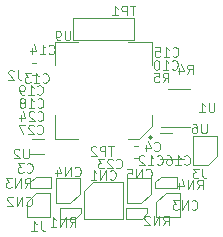
<source format=gbr>
G04 #@! TF.GenerationSoftware,KiCad,Pcbnew,(5.1.5-0-10_14)*
G04 #@! TF.CreationDate,2021-06-01T12:28:28-04:00*
G04 #@! TF.ProjectId,ESLO_RB2,45534c4f-5f52-4423-922e-6b696361645f,rev?*
G04 #@! TF.SameCoordinates,Original*
G04 #@! TF.FileFunction,Legend,Bot*
G04 #@! TF.FilePolarity,Positive*
%FSLAX46Y46*%
G04 Gerber Fmt 4.6, Leading zero omitted, Abs format (unit mm)*
G04 Created by KiCad (PCBNEW (5.1.5-0-10_14)) date 2021-06-01 12:28:28*
%MOMM*%
%LPD*%
G04 APERTURE LIST*
%ADD10C,0.075000*%
%ADD11C,0.120000*%
%ADD12C,0.200000*%
%ADD13C,0.100000*%
G04 APERTURE END LIST*
D10*
X218300000Y-80300000D02*
X213100000Y-80300000D01*
X218300000Y-78500000D02*
X218300000Y-80300000D01*
X213100000Y-78500000D02*
X218300000Y-78500000D01*
X213100000Y-80300000D02*
X213100000Y-78500000D01*
D11*
X223250000Y-90950000D02*
X224550000Y-90950000D01*
X223250000Y-88450000D02*
X223250000Y-90950000D01*
X225350000Y-88450000D02*
X223250000Y-88450000D01*
X225350000Y-90150000D02*
X225350000Y-88450000D01*
X224550000Y-90950000D02*
X225350000Y-90150000D01*
X223000000Y-87710000D02*
X220550000Y-87710000D01*
X221200000Y-84490000D02*
X223000000Y-84490000D01*
X209675000Y-88695000D02*
X210675000Y-88695000D01*
X209515000Y-89955000D02*
X210675000Y-89955000D01*
X217350000Y-92325000D02*
X214850000Y-92325000D01*
X217350000Y-95475000D02*
X217350000Y-92325000D01*
X214050000Y-95475000D02*
X217350000Y-95475000D01*
X214050000Y-93125000D02*
X214050000Y-95475000D01*
X214850000Y-92325000D02*
X214050000Y-93125000D01*
D12*
X219800000Y-88600000D02*
G75*
G03X219800000Y-88600000I-100000J0D01*
G01*
D11*
X218700000Y-88720000D02*
X217820000Y-88720000D01*
X219820000Y-87600000D02*
X218700000Y-88720000D01*
X219820000Y-86720000D02*
X219820000Y-87600000D01*
X211580000Y-88720000D02*
X213580000Y-88720000D01*
X211580000Y-86720000D02*
X211580000Y-88720000D01*
X219820000Y-80480000D02*
X217820000Y-80480000D01*
X219820000Y-82480000D02*
X219820000Y-80480000D01*
X211580000Y-80480000D02*
X213580000Y-80480000D01*
X211580000Y-82480000D02*
X211580000Y-80480000D01*
X219820000Y-80480000D02*
X217820000Y-80480000D01*
X219820000Y-82480000D02*
X219820000Y-80480000D01*
X219820000Y-80480000D02*
X217820000Y-80480000D01*
X219820000Y-82480000D02*
X219820000Y-80480000D01*
X222512500Y-90410000D02*
X220512500Y-90410000D01*
X221512500Y-88190000D02*
X220512500Y-88190000D01*
X221910000Y-91925000D02*
X220565000Y-91925000D01*
X221910000Y-92875000D02*
X221910000Y-91925000D01*
X220090000Y-92875000D02*
X221910000Y-92875000D01*
X220090000Y-92400000D02*
X220090000Y-92875000D01*
X220565000Y-91925000D02*
X220090000Y-92400000D01*
X211310000Y-91925000D02*
X209965000Y-91925000D01*
X211310000Y-92875000D02*
X211310000Y-91925000D01*
X209490000Y-92875000D02*
X211310000Y-92875000D01*
X209490000Y-92400000D02*
X209490000Y-92875000D01*
X209965000Y-91925000D02*
X209490000Y-92400000D01*
X217590000Y-95475000D02*
X218935000Y-95475000D01*
X217590000Y-94525000D02*
X217590000Y-95475000D01*
X219410000Y-94525000D02*
X217590000Y-94525000D01*
X219410000Y-95000000D02*
X219410000Y-94525000D01*
X218935000Y-95475000D02*
X219410000Y-95000000D01*
X211990000Y-95475000D02*
X213335000Y-95475000D01*
X211990000Y-94525000D02*
X211990000Y-95475000D01*
X213810000Y-94525000D02*
X211990000Y-94525000D01*
X213810000Y-95000000D02*
X213810000Y-94525000D01*
X213335000Y-95475000D02*
X213810000Y-95000000D01*
X217700000Y-94140000D02*
X218900000Y-94140000D01*
X217700000Y-92060000D02*
X217700000Y-94140000D01*
X219700000Y-92060000D02*
X217700000Y-92060000D01*
X219700000Y-93340000D02*
X219700000Y-92060000D01*
X218900000Y-94140000D02*
X219700000Y-93340000D01*
X211700000Y-94140000D02*
X212900000Y-94140000D01*
X211700000Y-92060000D02*
X211700000Y-94140000D01*
X213700000Y-92060000D02*
X211700000Y-92060000D01*
X213700000Y-93340000D02*
X213700000Y-92060000D01*
X212900000Y-94140000D02*
X213700000Y-93340000D01*
X222200000Y-93260000D02*
X221000000Y-93260000D01*
X222200000Y-95340000D02*
X222200000Y-93260000D01*
X220200000Y-95340000D02*
X222200000Y-95340000D01*
X220200000Y-94060000D02*
X220200000Y-95340000D01*
X221000000Y-93260000D02*
X220200000Y-94060000D01*
X211200000Y-93260000D02*
X210000000Y-93260000D01*
X211200000Y-95340000D02*
X211200000Y-93260000D01*
X209200000Y-95340000D02*
X211200000Y-95340000D01*
X209200000Y-94060000D02*
X209200000Y-95340000D01*
X210000000Y-93260000D02*
X209200000Y-94060000D01*
X209962779Y-83310000D02*
X209637221Y-83310000D01*
X209962779Y-82290000D02*
X209637221Y-82290000D01*
X218662779Y-90310000D02*
X218337221Y-90310000D01*
X218662779Y-89290000D02*
X218337221Y-89290000D01*
D13*
X216584523Y-89336904D02*
X216127380Y-89336904D01*
X216355952Y-90136904D02*
X216355952Y-89336904D01*
X215860714Y-90136904D02*
X215860714Y-89336904D01*
X215555952Y-89336904D01*
X215479761Y-89375000D01*
X215441666Y-89413095D01*
X215403571Y-89489285D01*
X215403571Y-89603571D01*
X215441666Y-89679761D01*
X215479761Y-89717857D01*
X215555952Y-89755952D01*
X215860714Y-89755952D01*
X215098809Y-89413095D02*
X215060714Y-89375000D01*
X214984523Y-89336904D01*
X214794047Y-89336904D01*
X214717857Y-89375000D01*
X214679761Y-89413095D01*
X214641666Y-89489285D01*
X214641666Y-89565476D01*
X214679761Y-89679761D01*
X215136904Y-90136904D01*
X214641666Y-90136904D01*
X218409523Y-77461904D02*
X217952380Y-77461904D01*
X218180952Y-78261904D02*
X218180952Y-77461904D01*
X217685714Y-78261904D02*
X217685714Y-77461904D01*
X217380952Y-77461904D01*
X217304761Y-77500000D01*
X217266666Y-77538095D01*
X217228571Y-77614285D01*
X217228571Y-77728571D01*
X217266666Y-77804761D01*
X217304761Y-77842857D01*
X217380952Y-77880952D01*
X217685714Y-77880952D01*
X216466666Y-78261904D02*
X216923809Y-78261904D01*
X216695238Y-78261904D02*
X216695238Y-77461904D01*
X216771428Y-77576190D01*
X216847619Y-77652380D01*
X216923809Y-77690476D01*
X210139285Y-87110714D02*
X210177380Y-87148809D01*
X210291666Y-87186904D01*
X210367857Y-87186904D01*
X210482142Y-87148809D01*
X210558333Y-87072619D01*
X210596428Y-86996428D01*
X210634523Y-86844047D01*
X210634523Y-86729761D01*
X210596428Y-86577380D01*
X210558333Y-86501190D01*
X210482142Y-86425000D01*
X210367857Y-86386904D01*
X210291666Y-86386904D01*
X210177380Y-86425000D01*
X210139285Y-86463095D01*
X209834523Y-86463095D02*
X209796428Y-86425000D01*
X209720238Y-86386904D01*
X209529761Y-86386904D01*
X209453571Y-86425000D01*
X209415476Y-86463095D01*
X209377380Y-86539285D01*
X209377380Y-86615476D01*
X209415476Y-86729761D01*
X209872619Y-87186904D01*
X209377380Y-87186904D01*
X208691666Y-86653571D02*
X208691666Y-87186904D01*
X208882142Y-86348809D02*
X209072619Y-86920238D01*
X208577380Y-86920238D01*
X224091666Y-91236904D02*
X224091666Y-91808333D01*
X224129761Y-91922619D01*
X224205952Y-91998809D01*
X224320238Y-92036904D01*
X224396428Y-92036904D01*
X223786904Y-91236904D02*
X223291666Y-91236904D01*
X223558333Y-91541666D01*
X223444047Y-91541666D01*
X223367857Y-91579761D01*
X223329761Y-91617857D01*
X223291666Y-91694047D01*
X223291666Y-91884523D01*
X223329761Y-91960714D01*
X223367857Y-91998809D01*
X223444047Y-92036904D01*
X223672619Y-92036904D01*
X223748809Y-91998809D01*
X223786904Y-91960714D01*
X210416666Y-95686904D02*
X210416666Y-96258333D01*
X210454761Y-96372619D01*
X210530952Y-96448809D01*
X210645238Y-96486904D01*
X210721428Y-96486904D01*
X209616666Y-96486904D02*
X210073809Y-96486904D01*
X209845238Y-96486904D02*
X209845238Y-95686904D01*
X209921428Y-95801190D01*
X209997619Y-95877380D01*
X210073809Y-95915476D01*
X208441666Y-82886904D02*
X208441666Y-83458333D01*
X208479761Y-83572619D01*
X208555952Y-83648809D01*
X208670238Y-83686904D01*
X208746428Y-83686904D01*
X208098809Y-82963095D02*
X208060714Y-82925000D01*
X207984523Y-82886904D01*
X207794047Y-82886904D01*
X207717857Y-82925000D01*
X207679761Y-82963095D01*
X207641666Y-83039285D01*
X207641666Y-83115476D01*
X207679761Y-83229761D01*
X208136904Y-83686904D01*
X207641666Y-83686904D01*
X225084523Y-85661904D02*
X225084523Y-86309523D01*
X225046428Y-86385714D01*
X225008333Y-86423809D01*
X224932142Y-86461904D01*
X224779761Y-86461904D01*
X224703571Y-86423809D01*
X224665476Y-86385714D01*
X224627380Y-86309523D01*
X224627380Y-85661904D01*
X223827380Y-86461904D02*
X224284523Y-86461904D01*
X224055952Y-86461904D02*
X224055952Y-85661904D01*
X224132142Y-85776190D01*
X224208333Y-85852380D01*
X224284523Y-85890476D01*
X209384523Y-89561904D02*
X209384523Y-90209523D01*
X209346428Y-90285714D01*
X209308333Y-90323809D01*
X209232142Y-90361904D01*
X209079761Y-90361904D01*
X209003571Y-90323809D01*
X208965476Y-90285714D01*
X208927380Y-90209523D01*
X208927380Y-89561904D01*
X208584523Y-89638095D02*
X208546428Y-89600000D01*
X208470238Y-89561904D01*
X208279761Y-89561904D01*
X208203571Y-89600000D01*
X208165476Y-89638095D01*
X208127380Y-89714285D01*
X208127380Y-89790476D01*
X208165476Y-89904761D01*
X208622619Y-90361904D01*
X208127380Y-90361904D01*
X209208333Y-91485714D02*
X209246428Y-91523809D01*
X209360714Y-91561904D01*
X209436904Y-91561904D01*
X209551190Y-91523809D01*
X209627380Y-91447619D01*
X209665476Y-91371428D01*
X209703571Y-91219047D01*
X209703571Y-91104761D01*
X209665476Y-90952380D01*
X209627380Y-90876190D01*
X209551190Y-90800000D01*
X209436904Y-90761904D01*
X209360714Y-90761904D01*
X209246428Y-90800000D01*
X209208333Y-90838095D01*
X208941666Y-90761904D02*
X208446428Y-90761904D01*
X208713095Y-91066666D01*
X208598809Y-91066666D01*
X208522619Y-91104761D01*
X208484523Y-91142857D01*
X208446428Y-91219047D01*
X208446428Y-91409523D01*
X208484523Y-91485714D01*
X208522619Y-91523809D01*
X208598809Y-91561904D01*
X208827380Y-91561904D01*
X208903571Y-91523809D01*
X208941666Y-91485714D01*
X216252380Y-92085714D02*
X216290476Y-92123809D01*
X216404761Y-92161904D01*
X216480952Y-92161904D01*
X216595238Y-92123809D01*
X216671428Y-92047619D01*
X216709523Y-91971428D01*
X216747619Y-91819047D01*
X216747619Y-91704761D01*
X216709523Y-91552380D01*
X216671428Y-91476190D01*
X216595238Y-91400000D01*
X216480952Y-91361904D01*
X216404761Y-91361904D01*
X216290476Y-91400000D01*
X216252380Y-91438095D01*
X215909523Y-92161904D02*
X215909523Y-91361904D01*
X215452380Y-92161904D01*
X215452380Y-91361904D01*
X214652380Y-92161904D02*
X215109523Y-92161904D01*
X214880952Y-92161904D02*
X214880952Y-91361904D01*
X214957142Y-91476190D01*
X215033333Y-91552380D01*
X215109523Y-91590476D01*
X212909523Y-79561904D02*
X212909523Y-80209523D01*
X212871428Y-80285714D01*
X212833333Y-80323809D01*
X212757142Y-80361904D01*
X212604761Y-80361904D01*
X212528571Y-80323809D01*
X212490476Y-80285714D01*
X212452380Y-80209523D01*
X212452380Y-79561904D01*
X212033333Y-80361904D02*
X211880952Y-80361904D01*
X211804761Y-80323809D01*
X211766666Y-80285714D01*
X211690476Y-80171428D01*
X211652380Y-80019047D01*
X211652380Y-79714285D01*
X211690476Y-79638095D01*
X211728571Y-79600000D01*
X211804761Y-79561904D01*
X211957142Y-79561904D01*
X212033333Y-79600000D01*
X212071428Y-79638095D01*
X212109523Y-79714285D01*
X212109523Y-79904761D01*
X212071428Y-79980952D01*
X212033333Y-80019047D01*
X211957142Y-80057142D01*
X211804761Y-80057142D01*
X211728571Y-80019047D01*
X211690476Y-79980952D01*
X211652380Y-79904761D01*
X224459523Y-87436904D02*
X224459523Y-88084523D01*
X224421428Y-88160714D01*
X224383333Y-88198809D01*
X224307142Y-88236904D01*
X224154761Y-88236904D01*
X224078571Y-88198809D01*
X224040476Y-88160714D01*
X224002380Y-88084523D01*
X224002380Y-87436904D01*
X223278571Y-87436904D02*
X223430952Y-87436904D01*
X223507142Y-87475000D01*
X223545238Y-87513095D01*
X223621428Y-87627380D01*
X223659523Y-87779761D01*
X223659523Y-88084523D01*
X223621428Y-88160714D01*
X223583333Y-88198809D01*
X223507142Y-88236904D01*
X223354761Y-88236904D01*
X223278571Y-88198809D01*
X223240476Y-88160714D01*
X223202380Y-88084523D01*
X223202380Y-87894047D01*
X223240476Y-87817857D01*
X223278571Y-87779761D01*
X223354761Y-87741666D01*
X223507142Y-87741666D01*
X223583333Y-87779761D01*
X223621428Y-87817857D01*
X223659523Y-87894047D01*
X223652380Y-92961904D02*
X223919047Y-92580952D01*
X224109523Y-92961904D02*
X224109523Y-92161904D01*
X223804761Y-92161904D01*
X223728571Y-92200000D01*
X223690476Y-92238095D01*
X223652380Y-92314285D01*
X223652380Y-92428571D01*
X223690476Y-92504761D01*
X223728571Y-92542857D01*
X223804761Y-92580952D01*
X224109523Y-92580952D01*
X223309523Y-92961904D02*
X223309523Y-92161904D01*
X222852380Y-92961904D01*
X222852380Y-92161904D01*
X222128571Y-92428571D02*
X222128571Y-92961904D01*
X222319047Y-92123809D02*
X222509523Y-92695238D01*
X222014285Y-92695238D01*
X209052380Y-92861904D02*
X209319047Y-92480952D01*
X209509523Y-92861904D02*
X209509523Y-92061904D01*
X209204761Y-92061904D01*
X209128571Y-92100000D01*
X209090476Y-92138095D01*
X209052380Y-92214285D01*
X209052380Y-92328571D01*
X209090476Y-92404761D01*
X209128571Y-92442857D01*
X209204761Y-92480952D01*
X209509523Y-92480952D01*
X208709523Y-92861904D02*
X208709523Y-92061904D01*
X208252380Y-92861904D01*
X208252380Y-92061904D01*
X207947619Y-92061904D02*
X207452380Y-92061904D01*
X207719047Y-92366666D01*
X207604761Y-92366666D01*
X207528571Y-92404761D01*
X207490476Y-92442857D01*
X207452380Y-92519047D01*
X207452380Y-92709523D01*
X207490476Y-92785714D01*
X207528571Y-92823809D01*
X207604761Y-92861904D01*
X207833333Y-92861904D01*
X207909523Y-92823809D01*
X207947619Y-92785714D01*
X220777380Y-96011904D02*
X221044047Y-95630952D01*
X221234523Y-96011904D02*
X221234523Y-95211904D01*
X220929761Y-95211904D01*
X220853571Y-95250000D01*
X220815476Y-95288095D01*
X220777380Y-95364285D01*
X220777380Y-95478571D01*
X220815476Y-95554761D01*
X220853571Y-95592857D01*
X220929761Y-95630952D01*
X221234523Y-95630952D01*
X220434523Y-96011904D02*
X220434523Y-95211904D01*
X219977380Y-96011904D01*
X219977380Y-95211904D01*
X219634523Y-95288095D02*
X219596428Y-95250000D01*
X219520238Y-95211904D01*
X219329761Y-95211904D01*
X219253571Y-95250000D01*
X219215476Y-95288095D01*
X219177380Y-95364285D01*
X219177380Y-95440476D01*
X219215476Y-95554761D01*
X219672619Y-96011904D01*
X219177380Y-96011904D01*
X212852380Y-96136904D02*
X213119047Y-95755952D01*
X213309523Y-96136904D02*
X213309523Y-95336904D01*
X213004761Y-95336904D01*
X212928571Y-95375000D01*
X212890476Y-95413095D01*
X212852380Y-95489285D01*
X212852380Y-95603571D01*
X212890476Y-95679761D01*
X212928571Y-95717857D01*
X213004761Y-95755952D01*
X213309523Y-95755952D01*
X212509523Y-96136904D02*
X212509523Y-95336904D01*
X212052380Y-96136904D01*
X212052380Y-95336904D01*
X211252380Y-96136904D02*
X211709523Y-96136904D01*
X211480952Y-96136904D02*
X211480952Y-95336904D01*
X211557142Y-95451190D01*
X211633333Y-95527380D01*
X211709523Y-95565476D01*
X220733333Y-83911904D02*
X221000000Y-83530952D01*
X221190476Y-83911904D02*
X221190476Y-83111904D01*
X220885714Y-83111904D01*
X220809523Y-83150000D01*
X220771428Y-83188095D01*
X220733333Y-83264285D01*
X220733333Y-83378571D01*
X220771428Y-83454761D01*
X220809523Y-83492857D01*
X220885714Y-83530952D01*
X221190476Y-83530952D01*
X220009523Y-83111904D02*
X220390476Y-83111904D01*
X220428571Y-83492857D01*
X220390476Y-83454761D01*
X220314285Y-83416666D01*
X220123809Y-83416666D01*
X220047619Y-83454761D01*
X220009523Y-83492857D01*
X219971428Y-83569047D01*
X219971428Y-83759523D01*
X220009523Y-83835714D01*
X220047619Y-83873809D01*
X220123809Y-83911904D01*
X220314285Y-83911904D01*
X220390476Y-83873809D01*
X220428571Y-83835714D01*
X222808333Y-83211904D02*
X223075000Y-82830952D01*
X223265476Y-83211904D02*
X223265476Y-82411904D01*
X222960714Y-82411904D01*
X222884523Y-82450000D01*
X222846428Y-82488095D01*
X222808333Y-82564285D01*
X222808333Y-82678571D01*
X222846428Y-82754761D01*
X222884523Y-82792857D01*
X222960714Y-82830952D01*
X223265476Y-82830952D01*
X222122619Y-82678571D02*
X222122619Y-83211904D01*
X222313095Y-82373809D02*
X222503571Y-82945238D01*
X222008333Y-82945238D01*
X219302380Y-91985714D02*
X219340476Y-92023809D01*
X219454761Y-92061904D01*
X219530952Y-92061904D01*
X219645238Y-92023809D01*
X219721428Y-91947619D01*
X219759523Y-91871428D01*
X219797619Y-91719047D01*
X219797619Y-91604761D01*
X219759523Y-91452380D01*
X219721428Y-91376190D01*
X219645238Y-91300000D01*
X219530952Y-91261904D01*
X219454761Y-91261904D01*
X219340476Y-91300000D01*
X219302380Y-91338095D01*
X218959523Y-92061904D02*
X218959523Y-91261904D01*
X218502380Y-92061904D01*
X218502380Y-91261904D01*
X217740476Y-91261904D02*
X218121428Y-91261904D01*
X218159523Y-91642857D01*
X218121428Y-91604761D01*
X218045238Y-91566666D01*
X217854761Y-91566666D01*
X217778571Y-91604761D01*
X217740476Y-91642857D01*
X217702380Y-91719047D01*
X217702380Y-91909523D01*
X217740476Y-91985714D01*
X217778571Y-92023809D01*
X217854761Y-92061904D01*
X218045238Y-92061904D01*
X218121428Y-92023809D01*
X218159523Y-91985714D01*
X213277380Y-91810714D02*
X213315476Y-91848809D01*
X213429761Y-91886904D01*
X213505952Y-91886904D01*
X213620238Y-91848809D01*
X213696428Y-91772619D01*
X213734523Y-91696428D01*
X213772619Y-91544047D01*
X213772619Y-91429761D01*
X213734523Y-91277380D01*
X213696428Y-91201190D01*
X213620238Y-91125000D01*
X213505952Y-91086904D01*
X213429761Y-91086904D01*
X213315476Y-91125000D01*
X213277380Y-91163095D01*
X212934523Y-91886904D02*
X212934523Y-91086904D01*
X212477380Y-91886904D01*
X212477380Y-91086904D01*
X211753571Y-91353571D02*
X211753571Y-91886904D01*
X211944047Y-91048809D02*
X212134523Y-91620238D01*
X211639285Y-91620238D01*
X223177380Y-94635714D02*
X223215476Y-94673809D01*
X223329761Y-94711904D01*
X223405952Y-94711904D01*
X223520238Y-94673809D01*
X223596428Y-94597619D01*
X223634523Y-94521428D01*
X223672619Y-94369047D01*
X223672619Y-94254761D01*
X223634523Y-94102380D01*
X223596428Y-94026190D01*
X223520238Y-93950000D01*
X223405952Y-93911904D01*
X223329761Y-93911904D01*
X223215476Y-93950000D01*
X223177380Y-93988095D01*
X222834523Y-94711904D02*
X222834523Y-93911904D01*
X222377380Y-94711904D01*
X222377380Y-93911904D01*
X222072619Y-93911904D02*
X221577380Y-93911904D01*
X221844047Y-94216666D01*
X221729761Y-94216666D01*
X221653571Y-94254761D01*
X221615476Y-94292857D01*
X221577380Y-94369047D01*
X221577380Y-94559523D01*
X221615476Y-94635714D01*
X221653571Y-94673809D01*
X221729761Y-94711904D01*
X221958333Y-94711904D01*
X222034523Y-94673809D01*
X222072619Y-94635714D01*
X209177380Y-94310714D02*
X209215476Y-94348809D01*
X209329761Y-94386904D01*
X209405952Y-94386904D01*
X209520238Y-94348809D01*
X209596428Y-94272619D01*
X209634523Y-94196428D01*
X209672619Y-94044047D01*
X209672619Y-93929761D01*
X209634523Y-93777380D01*
X209596428Y-93701190D01*
X209520238Y-93625000D01*
X209405952Y-93586904D01*
X209329761Y-93586904D01*
X209215476Y-93625000D01*
X209177380Y-93663095D01*
X208834523Y-94386904D02*
X208834523Y-93586904D01*
X208377380Y-94386904D01*
X208377380Y-93586904D01*
X208034523Y-93663095D02*
X207996428Y-93625000D01*
X207920238Y-93586904D01*
X207729761Y-93586904D01*
X207653571Y-93625000D01*
X207615476Y-93663095D01*
X207577380Y-93739285D01*
X207577380Y-93815476D01*
X207615476Y-93929761D01*
X208072619Y-94386904D01*
X207577380Y-94386904D01*
X210114285Y-88235714D02*
X210152380Y-88273809D01*
X210266666Y-88311904D01*
X210342857Y-88311904D01*
X210457142Y-88273809D01*
X210533333Y-88197619D01*
X210571428Y-88121428D01*
X210609523Y-87969047D01*
X210609523Y-87854761D01*
X210571428Y-87702380D01*
X210533333Y-87626190D01*
X210457142Y-87550000D01*
X210342857Y-87511904D01*
X210266666Y-87511904D01*
X210152380Y-87550000D01*
X210114285Y-87588095D01*
X209809523Y-87588095D02*
X209771428Y-87550000D01*
X209695238Y-87511904D01*
X209504761Y-87511904D01*
X209428571Y-87550000D01*
X209390476Y-87588095D01*
X209352380Y-87664285D01*
X209352380Y-87740476D01*
X209390476Y-87854761D01*
X209847619Y-88311904D01*
X209352380Y-88311904D01*
X209085714Y-87511904D02*
X208552380Y-87511904D01*
X208895238Y-88311904D01*
X216789285Y-91135714D02*
X216827380Y-91173809D01*
X216941666Y-91211904D01*
X217017857Y-91211904D01*
X217132142Y-91173809D01*
X217208333Y-91097619D01*
X217246428Y-91021428D01*
X217284523Y-90869047D01*
X217284523Y-90754761D01*
X217246428Y-90602380D01*
X217208333Y-90526190D01*
X217132142Y-90450000D01*
X217017857Y-90411904D01*
X216941666Y-90411904D01*
X216827380Y-90450000D01*
X216789285Y-90488095D01*
X216484523Y-90488095D02*
X216446428Y-90450000D01*
X216370238Y-90411904D01*
X216179761Y-90411904D01*
X216103571Y-90450000D01*
X216065476Y-90488095D01*
X216027380Y-90564285D01*
X216027380Y-90640476D01*
X216065476Y-90754761D01*
X216522619Y-91211904D01*
X216027380Y-91211904D01*
X215760714Y-90411904D02*
X215265476Y-90411904D01*
X215532142Y-90716666D01*
X215417857Y-90716666D01*
X215341666Y-90754761D01*
X215303571Y-90792857D01*
X215265476Y-90869047D01*
X215265476Y-91059523D01*
X215303571Y-91135714D01*
X215341666Y-91173809D01*
X215417857Y-91211904D01*
X215646428Y-91211904D01*
X215722619Y-91173809D01*
X215760714Y-91135714D01*
X210114285Y-84885714D02*
X210152380Y-84923809D01*
X210266666Y-84961904D01*
X210342857Y-84961904D01*
X210457142Y-84923809D01*
X210533333Y-84847619D01*
X210571428Y-84771428D01*
X210609523Y-84619047D01*
X210609523Y-84504761D01*
X210571428Y-84352380D01*
X210533333Y-84276190D01*
X210457142Y-84200000D01*
X210342857Y-84161904D01*
X210266666Y-84161904D01*
X210152380Y-84200000D01*
X210114285Y-84238095D01*
X209352380Y-84961904D02*
X209809523Y-84961904D01*
X209580952Y-84961904D02*
X209580952Y-84161904D01*
X209657142Y-84276190D01*
X209733333Y-84352380D01*
X209809523Y-84390476D01*
X208971428Y-84961904D02*
X208819047Y-84961904D01*
X208742857Y-84923809D01*
X208704761Y-84885714D01*
X208628571Y-84771428D01*
X208590476Y-84619047D01*
X208590476Y-84314285D01*
X208628571Y-84238095D01*
X208666666Y-84200000D01*
X208742857Y-84161904D01*
X208895238Y-84161904D01*
X208971428Y-84200000D01*
X209009523Y-84238095D01*
X209047619Y-84314285D01*
X209047619Y-84504761D01*
X209009523Y-84580952D01*
X208971428Y-84619047D01*
X208895238Y-84657142D01*
X208742857Y-84657142D01*
X208666666Y-84619047D01*
X208628571Y-84580952D01*
X208590476Y-84504761D01*
X210139285Y-86010714D02*
X210177380Y-86048809D01*
X210291666Y-86086904D01*
X210367857Y-86086904D01*
X210482142Y-86048809D01*
X210558333Y-85972619D01*
X210596428Y-85896428D01*
X210634523Y-85744047D01*
X210634523Y-85629761D01*
X210596428Y-85477380D01*
X210558333Y-85401190D01*
X210482142Y-85325000D01*
X210367857Y-85286904D01*
X210291666Y-85286904D01*
X210177380Y-85325000D01*
X210139285Y-85363095D01*
X209377380Y-86086904D02*
X209834523Y-86086904D01*
X209605952Y-86086904D02*
X209605952Y-85286904D01*
X209682142Y-85401190D01*
X209758333Y-85477380D01*
X209834523Y-85515476D01*
X208920238Y-85629761D02*
X208996428Y-85591666D01*
X209034523Y-85553571D01*
X209072619Y-85477380D01*
X209072619Y-85439285D01*
X209034523Y-85363095D01*
X208996428Y-85325000D01*
X208920238Y-85286904D01*
X208767857Y-85286904D01*
X208691666Y-85325000D01*
X208653571Y-85363095D01*
X208615476Y-85439285D01*
X208615476Y-85477380D01*
X208653571Y-85553571D01*
X208691666Y-85591666D01*
X208767857Y-85629761D01*
X208920238Y-85629761D01*
X208996428Y-85667857D01*
X209034523Y-85705952D01*
X209072619Y-85782142D01*
X209072619Y-85934523D01*
X209034523Y-86010714D01*
X208996428Y-86048809D01*
X208920238Y-86086904D01*
X208767857Y-86086904D01*
X208691666Y-86048809D01*
X208653571Y-86010714D01*
X208615476Y-85934523D01*
X208615476Y-85782142D01*
X208653571Y-85705952D01*
X208691666Y-85667857D01*
X208767857Y-85629761D01*
X222564285Y-90835714D02*
X222602380Y-90873809D01*
X222716666Y-90911904D01*
X222792857Y-90911904D01*
X222907142Y-90873809D01*
X222983333Y-90797619D01*
X223021428Y-90721428D01*
X223059523Y-90569047D01*
X223059523Y-90454761D01*
X223021428Y-90302380D01*
X222983333Y-90226190D01*
X222907142Y-90150000D01*
X222792857Y-90111904D01*
X222716666Y-90111904D01*
X222602380Y-90150000D01*
X222564285Y-90188095D01*
X221802380Y-90911904D02*
X222259523Y-90911904D01*
X222030952Y-90911904D02*
X222030952Y-90111904D01*
X222107142Y-90226190D01*
X222183333Y-90302380D01*
X222259523Y-90340476D01*
X221116666Y-90111904D02*
X221269047Y-90111904D01*
X221345238Y-90150000D01*
X221383333Y-90188095D01*
X221459523Y-90302380D01*
X221497619Y-90454761D01*
X221497619Y-90759523D01*
X221459523Y-90835714D01*
X221421428Y-90873809D01*
X221345238Y-90911904D01*
X221192857Y-90911904D01*
X221116666Y-90873809D01*
X221078571Y-90835714D01*
X221040476Y-90759523D01*
X221040476Y-90569047D01*
X221078571Y-90492857D01*
X221116666Y-90454761D01*
X221192857Y-90416666D01*
X221345238Y-90416666D01*
X221421428Y-90454761D01*
X221459523Y-90492857D01*
X221497619Y-90569047D01*
X221564285Y-81660714D02*
X221602380Y-81698809D01*
X221716666Y-81736904D01*
X221792857Y-81736904D01*
X221907142Y-81698809D01*
X221983333Y-81622619D01*
X222021428Y-81546428D01*
X222059523Y-81394047D01*
X222059523Y-81279761D01*
X222021428Y-81127380D01*
X221983333Y-81051190D01*
X221907142Y-80975000D01*
X221792857Y-80936904D01*
X221716666Y-80936904D01*
X221602380Y-80975000D01*
X221564285Y-81013095D01*
X220802380Y-81736904D02*
X221259523Y-81736904D01*
X221030952Y-81736904D02*
X221030952Y-80936904D01*
X221107142Y-81051190D01*
X221183333Y-81127380D01*
X221259523Y-81165476D01*
X220078571Y-80936904D02*
X220459523Y-80936904D01*
X220497619Y-81317857D01*
X220459523Y-81279761D01*
X220383333Y-81241666D01*
X220192857Y-81241666D01*
X220116666Y-81279761D01*
X220078571Y-81317857D01*
X220040476Y-81394047D01*
X220040476Y-81584523D01*
X220078571Y-81660714D01*
X220116666Y-81698809D01*
X220192857Y-81736904D01*
X220383333Y-81736904D01*
X220459523Y-81698809D01*
X220497619Y-81660714D01*
X211089285Y-81460714D02*
X211127380Y-81498809D01*
X211241666Y-81536904D01*
X211317857Y-81536904D01*
X211432142Y-81498809D01*
X211508333Y-81422619D01*
X211546428Y-81346428D01*
X211584523Y-81194047D01*
X211584523Y-81079761D01*
X211546428Y-80927380D01*
X211508333Y-80851190D01*
X211432142Y-80775000D01*
X211317857Y-80736904D01*
X211241666Y-80736904D01*
X211127380Y-80775000D01*
X211089285Y-80813095D01*
X210327380Y-81536904D02*
X210784523Y-81536904D01*
X210555952Y-81536904D02*
X210555952Y-80736904D01*
X210632142Y-80851190D01*
X210708333Y-80927380D01*
X210784523Y-80965476D01*
X209641666Y-81003571D02*
X209641666Y-81536904D01*
X209832142Y-80698809D02*
X210022619Y-81270238D01*
X209527380Y-81270238D01*
X210564285Y-83885714D02*
X210602380Y-83923809D01*
X210716666Y-83961904D01*
X210792857Y-83961904D01*
X210907142Y-83923809D01*
X210983333Y-83847619D01*
X211021428Y-83771428D01*
X211059523Y-83619047D01*
X211059523Y-83504761D01*
X211021428Y-83352380D01*
X210983333Y-83276190D01*
X210907142Y-83200000D01*
X210792857Y-83161904D01*
X210716666Y-83161904D01*
X210602380Y-83200000D01*
X210564285Y-83238095D01*
X209802380Y-83961904D02*
X210259523Y-83961904D01*
X210030952Y-83961904D02*
X210030952Y-83161904D01*
X210107142Y-83276190D01*
X210183333Y-83352380D01*
X210259523Y-83390476D01*
X209535714Y-83161904D02*
X209040476Y-83161904D01*
X209307142Y-83466666D01*
X209192857Y-83466666D01*
X209116666Y-83504761D01*
X209078571Y-83542857D01*
X209040476Y-83619047D01*
X209040476Y-83809523D01*
X209078571Y-83885714D01*
X209116666Y-83923809D01*
X209192857Y-83961904D01*
X209421428Y-83961904D01*
X209497619Y-83923809D01*
X209535714Y-83885714D01*
X220239285Y-90835714D02*
X220277380Y-90873809D01*
X220391666Y-90911904D01*
X220467857Y-90911904D01*
X220582142Y-90873809D01*
X220658333Y-90797619D01*
X220696428Y-90721428D01*
X220734523Y-90569047D01*
X220734523Y-90454761D01*
X220696428Y-90302380D01*
X220658333Y-90226190D01*
X220582142Y-90150000D01*
X220467857Y-90111904D01*
X220391666Y-90111904D01*
X220277380Y-90150000D01*
X220239285Y-90188095D01*
X219477380Y-90911904D02*
X219934523Y-90911904D01*
X219705952Y-90911904D02*
X219705952Y-90111904D01*
X219782142Y-90226190D01*
X219858333Y-90302380D01*
X219934523Y-90340476D01*
X219172619Y-90188095D02*
X219134523Y-90150000D01*
X219058333Y-90111904D01*
X218867857Y-90111904D01*
X218791666Y-90150000D01*
X218753571Y-90188095D01*
X218715476Y-90264285D01*
X218715476Y-90340476D01*
X218753571Y-90454761D01*
X219210714Y-90911904D01*
X218715476Y-90911904D01*
X221514285Y-82760714D02*
X221552380Y-82798809D01*
X221666666Y-82836904D01*
X221742857Y-82836904D01*
X221857142Y-82798809D01*
X221933333Y-82722619D01*
X221971428Y-82646428D01*
X222009523Y-82494047D01*
X222009523Y-82379761D01*
X221971428Y-82227380D01*
X221933333Y-82151190D01*
X221857142Y-82075000D01*
X221742857Y-82036904D01*
X221666666Y-82036904D01*
X221552380Y-82075000D01*
X221514285Y-82113095D01*
X220752380Y-82836904D02*
X221209523Y-82836904D01*
X220980952Y-82836904D02*
X220980952Y-82036904D01*
X221057142Y-82151190D01*
X221133333Y-82227380D01*
X221209523Y-82265476D01*
X220257142Y-82036904D02*
X220180952Y-82036904D01*
X220104761Y-82075000D01*
X220066666Y-82113095D01*
X220028571Y-82189285D01*
X219990476Y-82341666D01*
X219990476Y-82532142D01*
X220028571Y-82684523D01*
X220066666Y-82760714D01*
X220104761Y-82798809D01*
X220180952Y-82836904D01*
X220257142Y-82836904D01*
X220333333Y-82798809D01*
X220371428Y-82760714D01*
X220409523Y-82684523D01*
X220447619Y-82532142D01*
X220447619Y-82341666D01*
X220409523Y-82189285D01*
X220371428Y-82113095D01*
X220333333Y-82075000D01*
X220257142Y-82036904D01*
X220008333Y-89685714D02*
X220046428Y-89723809D01*
X220160714Y-89761904D01*
X220236904Y-89761904D01*
X220351190Y-89723809D01*
X220427380Y-89647619D01*
X220465476Y-89571428D01*
X220503571Y-89419047D01*
X220503571Y-89304761D01*
X220465476Y-89152380D01*
X220427380Y-89076190D01*
X220351190Y-89000000D01*
X220236904Y-88961904D01*
X220160714Y-88961904D01*
X220046428Y-89000000D01*
X220008333Y-89038095D01*
X219322619Y-89228571D02*
X219322619Y-89761904D01*
X219513095Y-88923809D02*
X219703571Y-89495238D01*
X219208333Y-89495238D01*
M02*

</source>
